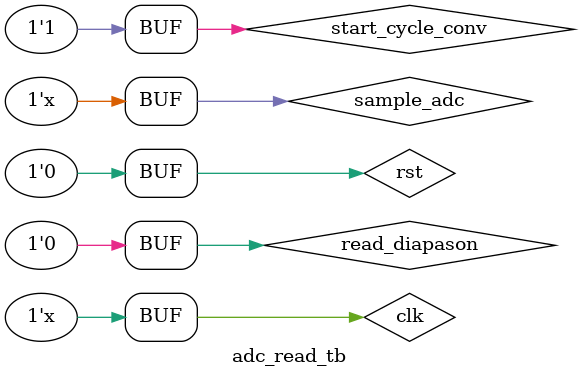
<source format=v>
module adc_read #(parameter OUTPUT_DATA_WIDTH = 18)(
    input clk,
    input rst, 
    input sample_adc,
	 //input new_period,//???
	 input start_cycle_conv,
	 input halfcycle,
	 input read_diapason,	 
    output complete,
    output  [OUTPUT_DATA_WIDTH-1:0] data_out_1,
    output  [OUTPUT_DATA_WIDTH-1:0] data_out_2,	 
	 //---ADC signals---
	 output cnv,
	 input  adc_busy,
	 //---SPI signals---	 	
	 input  miso,
    output sck	
  );
  
   parameter CHANNEL_DATA_WIDTH				= 18;
   parameter ADC_DATA_WIDTH    				= CHANNEL_DATA_WIDTH*2;	
	parameter INTEGRATOR_WIDTH					= 24;
	parameter MEASURE_FOR_RESULT_PERIODS	= 32;
	parameter MEASURE_FOR_DIAP_PERIODS		=	2;
	parameter MEASURE_SAMPLES_IN_PERIOD		= 32;
	parameter MEASURE_RESULT_SAMPLES			= MEASURE_FOR_RESULT_PERIODS*MEASURE_SAMPLES_IN_PERIOD;	
	parameter MEASURE_DIAP_SAMPLES			= MEASURE_FOR_DIAP_PERIODS*MEASURE_SAMPLES_IN_PERIOD;	
	//parameter MEASURE_RESULT_COUNT_WIDTH	= 11;
	parameter RESULT_INTEGRATOR_WIDTH		= 28;
	
	//FSM	 state coding
  localparam [4:0]  	
				IDLE 										= 1, 
				START_READ								= 2,
				START_READ_ADC_SAMPLE				= 3,
				WAIT_ADC_SAMPLE						= 4,
				START_READ_SPI							= 5,
				WAIT_SPI									= 6,
				SUMM_RESULT								= 7,
				TEST_FOR_END_CYCLE					= 8,
				RESULT_OUT								= 9,
				STROBE_OUT								= 10,
				DONE										= 11;
	
  localparam STATE_SIZE = 4;
  localparam MEASURE_COUNT_WIDTH = 11;
  
  localparam ADC_SHIFT_REF_VAL=1000000;
  

  
  reg [STATE_SIZE-1:0] state_d, state_q;
  reg cnv_d,cnv_q;
  reg [MEASURE_COUNT_WIDTH-1:0] measure_count_d, measure_count_q;
  
  reg [OUTPUT_DATA_WIDTH-1:0] data_out_1_d ,data_out_1_q;
  reg [OUTPUT_DATA_WIDTH-1:0] data_out_2_d ,data_out_2_q;
  
  wire [OUTPUT_DATA_WIDTH-1:0] result_1;
  wire [OUTPUT_DATA_WIDTH-1:0] result_2;

  
  reg [1:0] sample_adc_r;  
  wire sig_start_conv=(sample_adc_r[1]!=sample_adc_r[0])&sample_adc_r[0];
  
  reg [1:0] start_cycle_conv_r;
  wire sig_start_cycle_conv=(start_cycle_conv_r[1]!=start_cycle_conv_r[0])&start_cycle_conv_r[0];
  
  reg [1:0] adc_busy_r;
  wire sig_adc_complete=(adc_busy_r[1]!=adc_busy_r[0])&(!adc_busy_r[0]);
  
  reg [1:0] spi_done_r;
  wire sig_spi_done=(spi_done_r[1]!=spi_done_r[0])&spi_done_r[0];
  
  //reg [MEASURE_RESULT_COUNT_WIDTH-1:0]sample_counter_d, sample_counter_q;  
  reg[RESULT_INTEGRATOR_WIDTH-1:0] result_integrator_1_d, result_integrator_1_q, result_integrator_2_d, result_integrator_2_q;//_d,result_integrator_q;
   
  assign complete = (state_q == DONE);
	
  assign data_out_1 = data_out_1_q;
  assign data_out_2 = data_out_2_q;
  
  assign cnv=cnv_q;
  

//------------------SPI---------------------------

  //----ADC regs----
  wire 	mosi;
  //----SPI regs----
  wire 	spi_busy;
  wire  	spi_done;
  //wire	spi_start;
  reg 	spi_start_d,spi_start_q;
  wire   spi_start=spi_start_q;
  //----------------
  
	 parameter SPI_ADC_CLK_DIV = 4;
	 parameter SPI_ADC_DATA_WIDTH = ADC_DATA_WIDTH;
	 //parameter SPI_ADC_BIT_CNT_WIDTH = 4;
	 	 
    //reg start;
    reg[ADC_DATA_WIDTH-1:0] spi_data_in;
    wire[ADC_DATA_WIDTH-1:0] spi_data_out;
    	 
	 spi_master #(.CLK_DIV(SPI_ADC_CLK_DIV),.DATA_WIDTH(SPI_ADC_DATA_WIDTH)) adc_spi_master(.clk(clk),.rst(rst),.miso(miso),.mosi(mosi),.sck(sck),.start(spi_start),.data_in(spi_data_in),.data_out(spi_data_out),.busy(spi_busy),.new_data(spi_done));
	 
  assign result_1 = (spi_data_out[CHANNEL_DATA_WIDTH-1:0]>ADC_SHIFT_REF_VAL) ? (spi_data_out[CHANNEL_DATA_WIDTH-1:0]-ADC_SHIFT_REF_VAL):(ADC_SHIFT_REF_VAL-spi_data_out[CHANNEL_DATA_WIDTH-1:0]);
  assign result_2 = (spi_data_out[ADC_DATA_WIDTH-1:CHANNEL_DATA_WIDTH]>ADC_SHIFT_REF_VAL) ? (spi_data_out[ADC_DATA_WIDTH-1:CHANNEL_DATA_WIDTH]-ADC_SHIFT_REF_VAL):(ADC_SHIFT_REF_VAL-spi_data_out[ADC_DATA_WIDTH-1:CHANNEL_DATA_WIDTH]);	
//------------------------------------------------				
							
 always @(posedge clk) begin //async signals
		if (rst) 
		begin
			sample_adc_r<=2'b00;
			start_cycle_conv_r<=2'b00;
			spi_done_r<=2'b00;
			adc_busy_r<=2'b00;
		end
		else
		begin
			sample_adc_r<={sample_adc_r[0],sample_adc};
			start_cycle_conv_r<={start_cycle_conv_r[0],start_cycle_conv};
			spi_done_r<={spi_done_r[0],spi_done};
			adc_busy_r<={adc_busy_r[0],adc_busy};
		end
	 end

	always @ (*) begin	//FSM
	 
	 state_d=state_q;
	 spi_start_d=spi_start_q;
	 measure_count_d=measure_count_q;
	 cnv_d=cnv_q;
	 result_integrator_1_d=result_integrator_1_q;
	 result_integrator_2_d=result_integrator_2_q;
    data_out_1_d=data_out_1_q;
	 data_out_2_d=data_out_2_q;	 
	 
		case (state_q)
		
			IDLE:
			begin
				if(sig_start_cycle_conv)
				begin
					state_d <= START_READ;
				end
			end
						
			START_READ:
			begin
				spi_start_d=1'b0;
				result_integrator_1_d<={RESULT_INTEGRATOR_WIDTH{1'b0}};
				result_integrator_2_d<={RESULT_INTEGRATOR_WIDTH{1'b0}};
				measure_count_d<={MEASURE_COUNT_WIDTH{1'b0}};
				state_d <= START_READ_ADC_SAMPLE;
			end
			
			START_READ_ADC_SAMPLE:
			begin
				if(sig_start_conv)
				begin
					cnv_d<=1'b1;
					state_d <= WAIT_ADC_SAMPLE;
				end
			end
			
			WAIT_ADC_SAMPLE:
			begin
				cnv_d=1'b0;
				if(sig_adc_complete)
				begin
					state_d <= START_READ_SPI;
				end
			end
			
			START_READ_SPI:
			begin
				spi_start_d=1'b1;
				state_d <= WAIT_SPI;
			end
			
			WAIT_SPI:
			begin	
				spi_start_d=1'b0;
				if (sig_spi_done)
				begin
					state_d <= SUMM_RESULT;
				end	
			end
			
			SUMM_RESULT:
			begin
				measure_count_d<=measure_count_q+1;
				result_integrator_1_d<=result_integrator_1_q+result_1;
				result_integrator_2_d<=result_integrator_2_q+result_2;
				state_d <= TEST_FOR_END_CYCLE;
			end
			
			TEST_FOR_END_CYCLE:
			begin
				if (((read_diapason==1) && (measure_count_q==MEASURE_DIAP_SAMPLES))||((read_diapason==0) && (measure_count_q==MEASURE_RESULT_SAMPLES)))
				begin
					state_d <= RESULT_OUT;
				end
				else
				begin
					state_d <= START_READ_ADC_SAMPLE;
				end
			end
			
			RESULT_OUT:
			begin
				if(read_diapason)
				begin
					data_out_1_d[CHANNEL_DATA_WIDTH-1:0]<=result_integrator_1_q[RESULT_INTEGRATOR_WIDTH-5:6];
					data_out_2_d[CHANNEL_DATA_WIDTH-1:0]<=result_integrator_2_q[RESULT_INTEGRATOR_WIDTH-5:6];
				end
				else
				begin
					data_out_1_d[CHANNEL_DATA_WIDTH-1:0]<=result_integrator_1_q[RESULT_INTEGRATOR_WIDTH-1:10];
					data_out_2_d[CHANNEL_DATA_WIDTH-1:0]<=result_integrator_2_q[RESULT_INTEGRATOR_WIDTH-1:10];
				end
				state_d <= STROBE_OUT;
			end
			
			STROBE_OUT:
			begin
				state_d <= DONE;
			end
			
			DONE:
			begin
				state_d <= IDLE;
			end		
		endcase
	end
	
   always @(posedge clk) begin
    if (rst) 
	 begin
		 state_q<=IDLE;
		 measure_count_q<={MEASURE_COUNT_WIDTH{1'b0}};
		 result_integrator_1_q<={RESULT_INTEGRATOR_WIDTH{1'b0}};
		 result_integrator_2_q<={RESULT_INTEGRATOR_WIDTH{1'b0}}; 
		 cnv_q<=1'b0;	
		 spi_start_q<=1'b0;
		 data_out_1_q<={OUTPUT_DATA_WIDTH{1'b0}};
		 data_out_2_q<={OUTPUT_DATA_WIDTH{1'b0}};		 
    end 
	 else 
	 begin
		 state_q<=state_d;
		 measure_count_q<=measure_count_d;		
		 cnv_q<=cnv_d; 
		 spi_start_q<=spi_start_d;
		 result_integrator_1_q<=result_integrator_1_d;
		 result_integrator_2_q<=result_integrator_2_d;
		 data_out_1_q<=data_out_1_d;
		 data_out_2_q<=data_out_2_d;
    end
	end
  endmodule
  
 //--------------------------------------------------------------------------------------------- 
`timescale 1 ns/ 1 ns 
 module adc_read_tb();
	
    parameter OUTPUT_DATA_WIDTH =24;
	 
	 reg clk;
    reg rst;	 
    reg sample_adc;
	 reg start_cycle_conv;	 
	 reg read_diapason; 
    wire complete;
    wire [OUTPUT_DATA_WIDTH-1:0] data_out_1;
    wire [OUTPUT_DATA_WIDTH-1:0] data_out_2;
	 //---ADC signals---
	 wire cnv;
	 reg  adc_busy;
	 //---SPI signals---	 	
	 reg  miso;
    wire sck;
	 
	 //-------adc emul---
	 
	 reg [35:0] adc_shift_reg;
	 //------------------
	 
	 adc_read  #(OUTPUT_DATA_WIDTH)test_adc_read(.clk(clk),.rst(rst),.sample_adc(sample_adc),.start_cycle_conv(start_cycle_conv),.halfcycle(halfcycle),.read_diapason(read_diapason),.complete(complete),.data_out_1(data_out_1),.data_out_2(data_out_2),.cnv(cnv),.adc_busy(adc_busy),.miso(miso),.sck(sck));
  
		initial
		begin
			clk<=0;
			sample_adc<=0;
			start_cycle_conv<=0;
			read_diapason<=0;
			adc_busy<=0;
			rst<=0;
			#500
			rst=1;	
			#500
			rst=0;
			#500
			start_cycle_conv<=1;
			
		end
		
		always 
			#10  clk =  ! clk;  
			
		always 
			#6250  sample_adc =  ! sample_adc;  
			

			
		
		 always @(posedge clk) begin
		 
		 end
		 
		 always @(posedge cnv) begin
			adc_busy<=1;
			adc_shift_reg=36'b1;
			#100
			adc_busy<=0;
		 end
		
		 always @(posedge sck) begin
			miso<=adc_shift_reg[35];
			adc_shift_reg[35:0]<={adc_shift_reg[34:0],1'b0};
		 end
			
  
  endmodule
  
</source>
